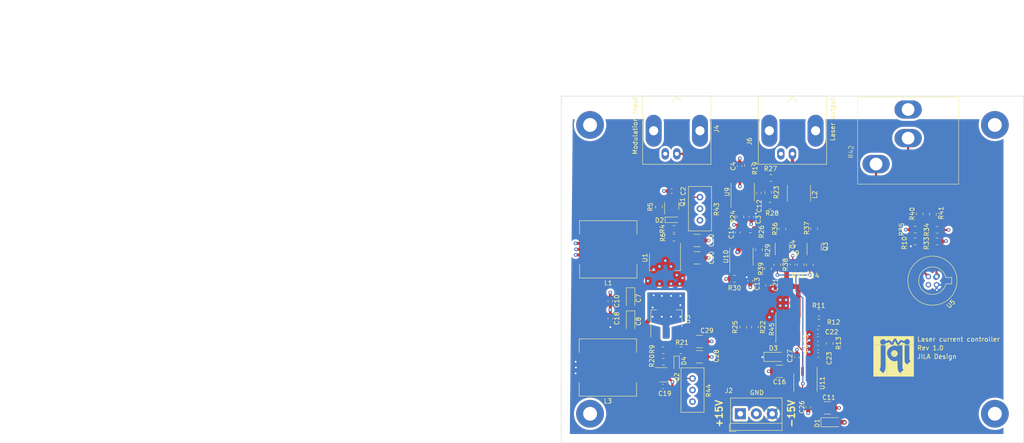
<source format=kicad_pcb>
(kicad_pcb (version 20221018) (generator pcbnew)
  (layers (0 "F.Cu" signal) (1 "In1.Cu" signal) (2 "In2.Cu" signal) (31 "B.Cu" signal) (34 "B.Paste" user) (35 "F.Paste" user) (36 "B.SilkS" user "B.Silkscreen") (37 "F.SilkS" user "F.Silkscreen") (38 "B.Mask" user) (39 "F.Mask" user) (44 "Edge.Cuts" user))
  (net 0 "")
  (net 1 "/connecting to laser diode")
  (net 2 "Net-(D2-A)")
  (net 3 "GND")
  (net 4 "-15V")
  (net 5 "+15V")
  (net 6 "Laser_supply")
  (net 7 "Net-(C22-Pad1)")
  (net 8 "Net-(U11--)")
  (net 9 "Net-(U1-VI)")
  (net 10 "Net-(C7-Pad2)")
  (net 11 "Net-(U3-VI)")
  (net 12 "Net-(C9-Pad2)")
  (net 13 "Net-(D1-K)")
  (net 14 "Net-(R11-Pad2)")
  (net 15 "Net-(U9-+)")
  (net 16 "Net-(C12-Pad1)")
  (net 17 "Net-(D3-A)")
  (net 18 "Net-(D4-A)")
  (net 19 "V_laser+")
  (net 20 "Net-(C21-Pad2)")
  (net 21 "V_laser-")
  (net 22 "Net-(D2-K)")
  (net 23 "Net-(D4-K)")
  (net 24 "/Modulation Input")
  (net 25 "Net-(L2-Pad1)")
  (net 26 "Net-(Q1-E)")
  (net 27 "Net-(Q2-E)")
  (net 28 "Net-(Q3-G)")
  (net 29 "Net-(Q3-S)")
  (net 30 "Net-(Q3-D)")
  (net 31 "Net-(Q4-G)")
  (net 32 "Net-(Q4-D)")
  (net 33 "Net-(R10-Pad2)")
  (net 34 "Net-(R11-Pad1)")
  (net 35 "Net-(R14-Pad1)")
  (net 36 "Net-(R22-Pad2)")
  (net 37 "Net-(U9--)")
  (net 38 "Net-(R26-Pad2)")
  (net 39 "Net-(U10--)")
  (net 40 "Net-(R33-Pad1)")
  (net 41 "Net-(R40-Pad2)")
  (net 42 "Net-(U11-+)")
  (footprint "accessories_current_controller:Inductor_2220" (layer "F.Cu") (at 207.483225 66.784606 90)
    (fp_text reference "L2")
    (fp_text value "100uH")
  )
  (footprint "Resistor_SMD:R_0805_2012Metric" (layer "F.Cu") (at 180.0225 74.6125 180)
    (fp_text reference "R4")
    (fp_text value "4.99")
  )
  (footprint "Capacitor_Tantalum_SMD:CP_EIA-3216-10_Kemet-I" (layer "F.Cu") (at 170.4975 89.8525 -90)
    (fp_text reference "C7")
    (fp_text value "47uF")
  )
  (footprint "Capacitor_SMD:C_1210_3225Metric" (layer "F.Cu") (at 185.642677 102.725571 180)
    (fp_text reference "C28")
    (fp_text value "10uF")
  )
  (footprint "Package_SO:SOIC-8_3.9x4.9mm_P1.27mm" (layer "F.Cu") (at 195.13 66.468202 90)
    (fp_text reference "U9")
    (fp_text value "OP27")
  )
  (footprint "Capacitor_SMD:C_0603_1608Metric" (layer "F.Cu") (at 196.797744 86.013606 -90)
    (fp_text reference "C13")
    (fp_text value "100nF")
  )
  (footprint "Capacitor_SMD:C_0603_1608Metric" (layer "F.Cu") (at 198.686 66.709202 -90)
    (fp_text reference "C12")
    (fp_text value "1uF")
  )
  (footprint "Resistor_SMD:R_0805_2012Metric" (layer "F.Cu") (at 214.240393 99.793209 -90)
    (fp_text reference "R13")
    (fp_text value "3k")
  )
  (footprint "Resistor_SMD:R_0805_2012Metric" (layer "F.Cu") (at 200.718 66.571702 -90)
    (fp_text reference "R23")
    (fp_text value "1k")
  )
  (footprint "Resistor_SMD:R_0805_2012Metric" (layer "F.Cu") (at 200.709921 83.335702 -90)
    (fp_text reference "R39")
    (fp_text value "100")
  )
  (footprint "Resistor_SMD:R_0805_2012Metric" (layer "F.Cu") (at 195.2625 96.2025 -90)
    (fp_text reference "R25")
    (fp_text value "DNC")
  )
  (footprint "Package_SO:SOIC-8_3.9x4.9mm_P1.27mm" (layer "F.Cu") (at 208.910187 108.422058 -90)
    (fp_text reference "U11")
    (fp_text value "LT1028")
  )
  (footprint "Capacitor_SMD:C_0603_1608Metric" (layer "F.Cu") (at 194.449335 60.821339 90)
    (fp_text reference "C4")
    (fp_text value "100nF")
  )
  (footprint "Package_TO_SOT_SMD:SOT-23-3" (layer "F.Cu") (at 210.819605 78.56809 90)
    (fp_text reference "Q3")
    (fp_text value "NDS0605")
  )
  (footprint "Resistor_SMD:R_0805_2012Metric" (layer "F.Cu") (at 198.686 79.168202 -90)
    (fp_text reference "R29")
    (fp_text value "1k")
  )
  (footprint "Potentiometer_THT:Potentiometer_Bourns_3296W_Vertical" (layer "F.Cu") (at 184.102798 107.5 90)
    (fp_text reference "R44")
    (fp_text value "5k")
  )
  (footprint "Resistor_SMD:R_0805_2012Metric" (layer "F.Cu") (at 196.812191 74.725443)
    (fp_text reference "R26")
    (fp_text value "1k")
  )
  (footprint "Capacitor_SMD:C_1210_3225Metric" (layer "F.Cu") (at 213.747362 113.957534)
    (fp_text reference "C11")
    (fp_text value "10uF")
  )
  (footprint "Resistor_SMD:R_0805_2012Metric" (layer "F.Cu") (at 196.270699 60.625085 90)
    (fp_text reference "R19")
    (fp_text value "2k")
  )
  (footprint "accessories_current_controller:D_SOD-523F" (layer "F.Cu") (at 179.602048 72.609907)
    (fp_text reference "D2")
    (fp_text value "1N914WT")
  )
  (footprint "Package_TO_SOT_SMD:SOT-223-3_TabPin2" (layer "F.Cu") (at 178.060055 81.862664 -90)
    (fp_text reference "U1")
    (fp_text value "LM317_SOT-223")
  )
  (footprint "Resistor_SMD:R_0805_2012Metric" (layer "F.Cu") (at 211.860058 93.036449 180)
    (fp_text reference "R11")
    (fp_text value "2k")
  )
  (footprint "Resistor_SMD:R_0805_2012Metric" (layer "F.Cu") (at 202.75 82.498012 90)
    (fp_text reference "R38")
    (fp_text value "10k")
  )
  (footprint "Connector_Coaxial:BNC_Amphenol_B6252HB-NPP3G-50_Horizontal" (layer "F.Cu") (at 206.0575 58.1025)
    (fp_text reference "J6")
    (fp_text value "Modulation Input")
  )
  (footprint "Capacitor_SMD:C_0603_1608Metric" (layer "F.Cu") (at 166.0525 94.2975 -90)
    (fp_text reference "C18")
    (fp_text value "1uF")
  )
  (footprint "Capacitor_SMD:C_1210_3225Metric" (layer "F.Cu") (at 185.626798 99.372 180)
    (fp_text reference "C29")
    (fp_text value "10uF")
  )
  (footprint "Resistor_SMD:R_0805_2012Metric" (layer "F.Cu") (at 181.539298 101.277 180)
    (fp_text reference "R21")
    (fp_text value "4.99")
  )
  (footprint "accessories_current_controller:Multi_turn_potentiometer" (layer "F.Cu") (at 231.4575 45.168641)
    (fp_text reference "R42")
    (fp_text value "10k")
  )
  (footprint "Package_SO:SOIC-8_3.9x4.9mm_P1.27mm" (layer "F.Cu") (at 194.84787 80.692202 90)
    (fp_text reference "U10")
    (fp_text value "OP27")
  )
  (footprint "Capacitor_Tantalum_SMD:CP_EIA-3216-10_Kemet-I" (layer "F.Cu") (at 170.4975 94.9325 -90)
    (fp_text reference "C8")
    (fp_text value "47uF")
  )
  (footprint "Capacitor_SMD:C_1210_3225Metric" (layer "F.Cu") (at 185.1025 80.9625)
    (fp_text reference "C30")
    (fp_text value "10uF")
  )
  (footprint "Inductor_SMD:L_12x12mm_H8mm" (layer "F.Cu") (at 165.516034 105.079761 180)
    (fp_text reference "L3")
    (fp_text value "100uH")
  )
  (footprint "Capacitor_SMD:C_0603_1608Metric" (layer "F.Cu") (at 211.700393 102.333209)
    (fp_text reference "C23")
    (fp_text value "10uF")
  )
  (footprint "Resistor_SMD:R_0805_2012Metric" (layer "F.Cu") (at 207.867026 82.458548 -90)
    (fp_text reference "R31")
    (fp_text value "100")
  )
  (footprint "Capacitor_SMD:C_0603_1608Metric" (layer "F.Cu") (at 194.053389 75.371431 90)
    (fp_text reference "C14")
    (fp_text value "100nF")
  )
  (footprint "Resistor_SMD:R_0805_2012Metric" (layer "F.Cu") (at 201.1225 69.516202)
    (fp_text reference "R28")
    (fp_text value "1k")
  )
  (footprint "Resistor_SMD:R_0805_2012Metric" (layer "F.Cu") (at 201.3295 63.420202 180)
    (fp_text reference "R27")
    (fp_text value "1k")
  )
  (footprint "Resistor_SMD:R_0805_2012Metric" (layer "F.Cu") (at 210.826542 74.615072 90)
    (fp_text reference "R37")
    (fp_text value "0")
  )
  (footprint "Resistor_SMD:R_0805_2012Metric" (layer "F.Cu") (at 233.018956 74.766452 180)
    (fp_text reference "R35")
    (fp_text value "DNC")
  )
  (footprint "Resistor_SMD:R_0805_2012Metric" (layer "F.Cu") (at 237.8075 74.822277 180)
    (fp_text reference "R34")
    (fp_text value "0")
  )
  (footprint "Resistor_SMD:R_0805_2012Metric" (layer "F.Cu") (at 203.83776 74.653893 90)
    (fp_text reference "R36")
    (fp_text value "DNC")
  )
  (footprint "Resistor_SMD:R_0805_2012Metric" (layer "F.Cu") (at 177.729298 103.817 180)
    (fp_text reference "R20")
    (fp_text value "50k")
  )
  (footprint "Resistor_SMD:R_0805_2012Metric" (layer "F.Cu") (at 237.8075 77.362277)
    (fp_text reference "R33")
    (fp_text value "7.5k")
  )
  (footprint "Resistor_SMD:R_0805_2012Metric" (layer "F.Cu") (at 209.862 82.498012 90)
    (fp_text reference "R14")
    (fp_text value "10k")
  )
  (footprint "Capacitor_SMD:C_1210_3225Metric" (layer "F.Cu") (at 203.215495 105.934142 180)
    (fp_text reference "C16")
    (fp_text value "10uF")
  )
  (footprint "Capacitor_SMD:C_1210_3225Metric" (layer "F.Cu") (at 185.1025 77.1525)
    (fp_text reference "C20")
    (fp_text value "10uF")
  )
  (footprint "Resistor_SMD:R_0805_2012Metric" (layer "F.Cu") (at 197.8025 96.2025 -90)
    (fp_text reference "R22")
    (fp_text value "0")
  )
  (footprint "Capacitor_SMD:C_0603_1608Metric" (layer "F.Cu") (at 200.718 87.029202 90)
    (fp_text reference "C21")
    (fp_text value "8.2nF")
  )
  (footprint "Capacitor_SMD:C_0603_1608Metric" (layer "F.Cu") (at 206.108302 82.447945 -90)
    (fp_text reference "C9")
    (fp_text value "8.2nF")
  )
  (footprint "Package_TO_SOT_SMD:SOT-223-3_TabPin2" (layer "F.Cu") (at 178.362423 94.320191 90)
    (fp_text reference "U3")
    (fp_text value "LM337_SOT223")
  )
  (footprint "TerminalBlock_4Ucon:TerminalBlock_4Ucon_1x03_P3.50mm_Horizontal" (layer "F.Cu") (at 194.6125 115.2525)
    (fp_text reference "J2")
    (fp_text value "Screw_Terminal_01x03")
  )
  (footprint "Inductor_SMD:L_12x12mm_H8mm" (layer "F.Cu") (at 165.602461 79.101784 180)
    (fp_text reference "L1")
    (fp_text value "100uH")
  )
  (footprint "Resistor_SMD:R_0805_2012Metric" (layer "F.Cu") (at 233.995879 71.277442 90)
    (fp_text reference "R40")
    (fp_text value "0")
  )
  (footprint "Capacitor_SMD:C_0603_1608Metric" (layer "F.Cu") (at 166.0525 90.4875 -90)
    (fp_text reference "C10")
    (fp_text value "1uF")
  )
  (footprint "Resistor_SMD:R_0805_2012Metric" (layer "F.Cu") (at 193.329873 85.578618)
    (fp_text reference "R30")
    (fp_text value "1k")
  )
  (footprint "Capacitor_SMD:C_0603_1608Metric" (layer "F.Cu") (at 179.535832 66.289455 180)
    (fp_text reference "C2")
    (fp_text value "1uF")
  )
  (footprint "accessories_current_controller:D_SOD-523F" (layer "F.Cu") (at 180.621028 104.11019 -90)
    (fp_text reference "D4")
    (fp_text value "1N914WT")
  )
  (footprint "Package_TO_SOT_THT:Analog_TO-46-4_ThermalShield" (layer "F.Cu") (at 237.698551 85.091226 -135)
    (fp_text reference "U5")
    (fp_text value "LM399")
  )
  (footprint "Resistor_SMD:R_0805_2012Metric" (layer "F.Cu") (at 177.649298 101.277)
    (fp_text reference "R9")
    (fp_text value "275")
  )
  (footprint "Resistor_SMD:R_0805_2012Metric" (layer "F.Cu") (at 176.739182 69.78921 -90)
    (fp_text reference "R5")
    (fp_text value "50k")
  )
  (footprint "Resistor_SMD:R_0805_2012Metric" (layer "F.Cu") (at 194.622 71.952702 90)
    (fp_text reference "R24")
    (fp_text value "1k")
  )
  (footprint "Connector_Coaxial:BNC_Amphenol_B6252HB-NPP3G-50_Horizontal" (layer "F.Cu") (at 180.6575 58.1025)
    (fp_text reference "J4")
    (fp_text value "Modulation Input")
  )
  (footprint "Capacitor_SMD:C_0603_1608Metric" (layer "F.Cu") (at 209.532691 113.794897 -90)
    (fp_text reference "C26")
    (fp_text value "100nF")
  )
  (footprint "Package_TO_SOT_SMD:SOT-23-3" (layer "F.Cu") (at 179.535832 69.559455 90)
    (fp_text reference "Q1")
    (fp_text value "SMBT3906")
  )
  (footprint "Package_TO_SOT_SMD:SOT-23-3" (layer "F.Cu") (at 203.824792 78.538702 90)
    (fp_text reference "Q4")
    (fp_text value "2N7002K")
  )
  (footprint "Resistor_SMD:R_0805_2012Metric" (layer "F.Cu") (at 236.895 71.369777 90)
    (fp_text reference "R41")
    (fp_text value "DNC")
  )
  (footprint "Potentiometer_THT:Potentiometer_Bourns_3296W_Vertical" (layer "F.Cu") (at 185.7375 67.6275 90)
    (fp_text reference "R43")
    (fp_text value "5k")
  )
  (footprint "Capacitor_SMD:C_0603_1608Metric" (layer "F.Cu") (at 197.045616 71.91984 -90)
    (fp_text reference "C3")
    (fp_text value "100nF")
  )
  (footprint "Resistor_SMD:R_0805_2012Metric" (layer "F.Cu") (at 211.852127 95.20264)
    (fp_text reference "R12")
    (fp_text value "1k")
  )
  (footprint "Capacitor_SMD:C_0603_1608Metric" (layer "F.Cu") (at 207.02014 102.8694 -90)
    (fp_text reference "C27")
    (fp_text value "100nF")
  )
  (footprint "accessories_current_controller:JQI_LOGO_NEGATIVE-SILKSCREEN" (layer "F.Cu") (at 223.836372 107.073573)
    (fp_text reference "U$3" hide)
    (fp_text value "" hide)
  )
  (footprint "Capacitor_SMD:C_0603_1608Metric" (layer "F.Cu") (at 177.646078 109.259866)
    (fp_text reference "C19")
    (fp_text value "1uF")
  )
  (footprint "Package_TO_SOT_SMD:SOT-23-3" (layer "F.Cu") (at 177.686798 106.677)
    (fp_text reference "Q2")
    (fp_text value "SMBT3904")
  )
  (footprint "accessories_current_controller:10 Ohms VPG Foil Resistors Y160610R0000D9W" (layer "F.Cu") (at 205.205011 96.286911 90)
    (fp_text reference "R45")
    (fp_text value "10")
  )
  (footprint "Resistor_SMD:R_0805_2012Metric" (layer "F.Cu") (at 233.005 77.362277)
    (fp_text reference "R10")
    (fp_text value "7.5k")
  )
  (footprint "Diode_SMD:D_SOD-123F" (layer "F.Cu") (at 201.983783 102.7427)
    (fp_text reference "D3")
    (fp_text value "1N4007")
  )
  (footprint "Resistor_SMD:R_0805_2012Metric" (layer "F.Cu") (at 180.0225 76.5175 180)
    (fp_text reference "R6")
    (fp_text value "275")
  )
  (footprint "Capacitor_SMD:C_0603_1608Metric" (layer "F.Cu") (at 211.636395 98.835413)
    (fp_text reference "C5")
    (fp_text value "10uF")
  )
  (footprint "Diode_SMD:D_SOD-123F" (layer "F.Cu") (at 214.534223 117.109237)
    (fp_text reference "D1")
    (fp_text value "1N4007")
  )
  (footprint "Capacitor_SMD:C_0603_1608Metric" (layer "F.Cu") (at 211.688576 100.714297)
    (fp_text reference "C6")
    (fp_text value "10uF")
  )
  (footprint "Capacitor_SMD:C_0603_1608Metric" (layer "F.Cu") (at 211.64 97.202202 180)
    (fp_text reference "C22")
    (fp_text value "10uF")
  )
  (gr_rect (start 155.2575 45.4025) (end 256.8575 121.6025) (stroke (width 0.1)) (fill none) (layer "Edge.Cuts"))
  (gr_text "GND" (at 196.607565 111.197939) (layer "F.SilkS") (effects (font (size 1 1)) (justify left bottom)))
  (gr_text "+15V" (at 190.8175 118.4275 90) (layer "F.SilkS") (effects (font (size 1.5 1.5) (thickness 0.3) bold) (justify left bottom)))
  (gr_text "Rev 1.0" (at 233.361372 101.358573) (layer "F.SilkS") (effects (font (size 1 1)) (justify left bottom)))
  (gr_text "Laser output" (at 215.460333 55.381876 90) (layer "F.SilkS") (effects (font (size 1 1)) (justify left bottom)))
  (gr_text "-15V" (at 206.6925 118.4275 90) (layer "F.SilkS") (effects (font (size 1.5 1.5) (thickness 0.3) bold) (justify left bottom)))
  (gr_text "Laser current controller" (at 233.361372 99.453573) (layer "F.SilkS") (effects (font (size 1 1)) (justify left bottom)))
  (gr_text "Modulation Input" (at 172.088593 58.357531 90) (layer "F.SilkS") (effects (font (size 1 1)) (justify left bottom)))
  (gr_text "JILA Design" (at 233.361372 103.263573) (layer "F.SilkS") (effects (font (size 1 1)) (justify left bottom)))
  (segment (start 206.0575 57.7775) (end 206.0575 60.309252) (width 0.635) (layer "F.Cu") (net 1))
  (segment (start 207.483225 63.984606) (end 203.312956 63.984606) (width 0.508) (layer "F.Cu") (net 1))
  (segment (start 195.966871 81.708202) (end 195.48287 82.192203) (width 0.508) (layer "F.Cu") (net 1))
  (segment (start 203.312956 63.984606) (end 203.258 64.039562) (width 0.508) (layer "F.Cu") (net 1))
  (segment (start 203.258 71.294202) (end 200.21 74.342202) (width 0.508) (layer "F.Cu") (net 1))
  (segment (start 202.242 63.420202) (end 203.258 63.420202) (width 0.508) (layer "F.Cu") (net 1))
  (segment (start 200.21 80.946202) (end 199.448 81.708202) (width 0.508) (layer "F.Cu") (net 1))
  (segment (start 203.258 64.039562) (end 203.258 66.650339) (width 0.508) (layer "F.Cu") (net 1))
  (segment (start 202.035 69.516202) (end 203.258 69.516202) (width 0.508) (layer "F.Cu") (net 1))
  (segment (start 203.258 63.420202) (end 203.258 64.039562) (width 0.508) (layer "F.Cu") (net 1))
  (segment (start 203.258 66.650339) (end 203.258 69.516202) (width 0.508) (layer "F.Cu") (net 1))
  (segment (start 200.21 74.342202) (end 200.21 80.946202) (width 0.508) (layer "F.Cu") (net 1))
  (segment (start 199.448 81.708202) (end 195.966871 81.708202) (width 0.508) (layer "F.Cu") (net 1))
  (segment (start 206.0575 60.309252) (end 207.483225 61.734977) (width 0.635) (layer "F.Cu") (net 1))
  (segment (start 203.258 69.516202) (end 203.258 71.294202) (width 0.508) (layer "F.Cu") (net 1))
  (segment (start 207.483225 61.734977) (end 207.483225 63.984606) (width 0.635) (layer "F.Cu") (net 1))
  (segment (start 195.48287 82.192203) (end 195.48287 83.167202) (width 0.508) (layer "F.Cu") (net 1))
  (segment (start 202.242 69.309202) (end 202.035 69.516202) (width 0.254) (layer "F.Cu") (net 1))
  (segment (start 180.485832 70.696955) (end 179.927068 70.696955) (width 0.25) (layer "F.Cu") (net 2))
  (segment (start 180.485832 70.696955) (end 180.485832 66.464455) (width 0.254) (layer "F.Cu") (net 2))
  (segment (start 180.602048 72.609907) (end 180.602048 70.813171) (width 0.25) (layer "F.Cu") (net 2))
  (segment (start 178.106823 68.87671) (end 176.739182 68.87671) (width 0.254) (layer "F.Cu") (net 2))
  (segment (start 179.927068 70.696955) (end 178.106823 68.87671) (width 0.254) (layer "F.Cu") (net 2))
  (segment (start 215.222362 113.957534) (end 216.300963 113.957534) (width 0.508) (layer "F.Cu") (net 3))
  (segment (start 178.760832 66.289455) (end 177.850664 66.289455) (width 0.25) (layer "F.Cu") (net 3))
  (segment (start 216.300963 113.957534) (end 216.301084 113.957413) (width 0.508) (layer "F.Cu") (net 3))
  (segment (start 177.850664 66.289455) (end 177.84581 66.284601) (width 0.25) (layer "F.Cu") (net 3))
  (segment (start 186.5775 77.1525) (end 187.6425 77.1525) (width 0.635) (layer "F.Cu") (net 3))
  (segment (start 192.417373 85.578618) (end 191.513584 85.578618) (width 0.508) (layer "F.Cu") (net 3))
  (segment (start 197.045616 72.69484) (end 197.045616 73.696586) (width 0.508) (layer "F.Cu") (net 3))
  (segment (start 178.421078 109.259866) (end 179.560704 109.259866) (width 0.508) (layer "F.Cu") (net 3))
  (segment (start 179.696223 109.124347) (end 179.696223 108.229559) (width 0.508) (layer "F.Cu") (net 3))
  (segment (start 187.117677 102.725571) (end 187.117677 99.387879) (width 0.508) (layer "F.Cu") (net 3))
  (segment (start 200.844927 105.934142) (end 200.83775 105.926965) (width 0.508) (layer "F.Cu") (net 3))
  (segment (start 179.560704 109.259866) (end 179.696223 109.124347) (width 0.508) (layer "F.Cu") (net 3))
  (segment (start 194.622 73.580202) (end 194.622 72.865202) (width 0.508) (layer "F.Cu") (net 3))
  (segment (start 178.760832 67.293663) (end 178.760832 66.289455) (width 0.508) (layer "F.Cu") (net 3))
  (segment (start 187.101798 99.372) (end 188.27607 99.372) (width 0.508) (layer "F.Cu") (net 3))
  (segment (start 194.495 73.707202) (end 193.225 73.707202) (width 0.508) (layer "F.Cu") (net 3))
  (segment (start 201.740495 105.934142) (end 200.844927 105.934142) (width 0.508) (layer "F.Cu") (net 3))
  (segment (start 194.449335 60.046339) (end 194.449335 59.147867) (width 0.508) (layer "F.Cu") (net 3))
  (segment (start 186.5775 80.9625) (end 187.6425 80.9625) (width 0.635) (layer "F.Cu") (net 3))
  (segment (start 194.053389 74.596431) (end 194.053389 74.148813) (width 0.508) (layer "F.Cu") (net 3))
  (segment (start 197.035 73.707202) (end 196.98906 73.661262) (width 0.508) (layer "F.Cu") (net 3))
  (segment (start 194.495 73.707202) (end 194.622 73.580202) (width 0.508) (layer "F.Cu") (net 3))
  (segment (start 188.280372 102.725571) (end 188.309644 102.754843) (width 0.508) (layer "F.Cu") (net 3))
  (segment (start 178.824298 106.677) (end 178.824298 107.357634) (width 0.508) (layer "F.Cu") (net 3))
  (segment (start 186.5775 80.9625) (end 186.5775 77.1525) (width 0.635) (layer "F.Cu") (net 3))
  (segment (start 194.053389 74.148813) (end 194.495 73.707202) (width 0.508) (layer "F.Cu") (net 3))
  (segment (start 166.0525 91.2625) (end 166.0525 92.3925) (width 0.635) (layer "F.Cu") (net 3))
  (segment (start 196.98906 73.661262) (end 196.98906 73.569291) (width 0.508) (layer "F.Cu") (net 3))
  (segment (start 194.449335 59.147867) (end 194.495 59.102202) (width 0.508) (layer "F.Cu") (net 3))
  (segment (start 207.02014 101.146245) (end 207.031166 101.135219) (width 0.508) (layer "F.Cu") (net 3))
  (segment (start 207.02014 102.0944) (end 207.02014 101.146245) (width 0.508) (layer "F.Cu") (net 3))
  (segment (start 188.27607 99.372) (end 188.309644 99.338426) (width 0.508) (layer "F.Cu") (net 3))
  (segment (start 178.824298 107.357634) (end 179.696223 108.229559) (width 0.508) (layer "F.Cu") (net 3))
  (segment (start 209.532691 114.569897) (end 209.532691 115.124522) (width 0.508) (layer "F.Cu") (net 3))
  (segment (start 209.532691 115.124522) (end 209.525347 115.131866) (width 0.508) (layer "F.Cu") (net 3))
  (segment (start 187.117677 102.725571) (end 188.280372 102.725571) (width 0.508) (layer "F.Cu") (net 3))
  (segment (start 179.535832 68.421955) (end 178.634324 67.520447) (width 0.508) (layer "F.Cu") (net 3))
  (segment (start 187.117677 99.387879) (end 187.101798 99.372) (width 0.508) (layer "F.Cu") (net 3))
  (segment (start 197.045616 73.696586) (end 197.035 73.707202) (width 0.508) (layer "F.Cu") (net 3))
  (segment (start 191.32 85.772202) (end 191.513584 85.578618) (width 0.508) (layer "F.Cu") (net 3))
  (segment (start 166.0525 93.5225) (end 166.0525 92.3925) (width 0.635) (layer "F.Cu") (net 3))
  (segment (start 196.797744 86.788606) (end 196.797744 87.439946) (width 0.508) (layer "F.Cu") (net 3))
  (via (at 166.0525 92.3925) (size 0.8) (drill 0.4) (layers "F.Cu" "B.Cu") (net 3))
  (via (at 179.696223 108.229559) (size 0.8) (drill 0.4) (layers "F.Cu" "B.Cu") (net 3))
  (via (at 177.84581 66.284601) (size 0.8) (drill 0.4) (layers "F.Cu" "B.Cu") (net 3))
  (via (at 250.5075 115.2525) (size 6.096) (drill 3.048) (layers "F.Cu" "B.Cu") (net 3))
  (via (at 187.6425 77.1525) (size 0.8) (drill 0.4) (layers "F.Cu" "B.Cu") (net 3))
  (via (at 196.797744 87.439946) (size 0.8) (drill 0.4) (layers "F.Cu" "B.Cu") (net 3))
  (via (at 216.301084 113.957413) (size 0.8) (drill 0.4) (layers "F.Cu" "B.Cu") (net 3))
  (via (at 161.6075 51.7525) (size 6.096) (drill 3.048) (layers "F.Cu" "B.Cu") (net 3))
  (via (at 193.225 73.707202) (size 0.8) (drill 0.4) (layers "F.Cu" "B.Cu") (net 3))
  (via (at 207.031166 101.135219) (size 0.8) (drill 0.4) (layers "F.Cu" "B.Cu") (net 3))
  (via (at 200.83775 105.926965) (size 0.8) (drill 0.4) (layers "F.Cu" "B.Cu") (net 3))
  (via (at 188.309644 99.338426) (size 0.8) (drill 0.4) (layers "F.Cu" "B.Cu") (net 3))
  (via (at 194.495 59.102202) (size 0.8) (drill 0.4) (layers "F.Cu" "B.Cu") (net 3))
  (via (at 161.6075 115.2525) (size 6.096) (drill 3.048) (layers "F.Cu" "B.Cu") (net 3))
  (via (at 188.309644 102.754843) (size 0.8) (drill 0.4) (layers "F.Cu" "B.Cu") (net 3))
  (via (at 250.5075 51.7525) (size 6.096) (drill 3.048) (layers "F.Cu" "B.Cu") (net 3))
  (via (at 196.98906 73.569291) (size 0.8) (drill 0.4) (layers "F.Cu" "B.Cu") (net 3))
  (via (at 187.6425 80.9625) (size 0.8) (drill 0.4) (layers "F.Cu" "B.Cu") (net 3))
  (via (at 191.513584 85.578618) (size 0.8) (drill 0.4) (layers "F.Cu" "B.Cu") (net 3))
  (via (at 209.525347 115.131866) (size 0.8) (drill 0.4) (layers "F.Cu" "B.Cu") (net 3))
  (segment (start 159.308773 103.8225) (end 160.566034 105.079761) (width 0.635) (layer "F.Cu") (net 4))
  (segment (start 166.0525 95.0725) (end 166.0525 96.2025) (width 0.635) (layer "F.Cu") (net 4))
  (segment (start 158.4325 103.8225) (end 159.308773 103.8225) (width 0.635) (layer "F.Cu") (net 4))
  (segment (start 197.045616 71.14484) (end 197.94004 71.14484) (width 0.508) (layer "F.Cu") (net 4))
  (segment (start 196.021564 85.237238) (end 196.022932 85.238606) (width 0.508) (layer "F.Cu") (net 4))
  (segment (start 232.0925 78.396813) (end 232.070139 78.419174) (width 0.508) (layer "F.Cu") (net 4))
  (segment (start 197.035 68.943202) (end 197.035 71.134224) (width 0.508) (layer "F.Cu") (net 4))
  (segment (start 237.698551 87.977288) (end 237.768094 88.046831) (width 0.508) (layer "F.Cu") (net 4))
  (segment (start 158.503855 105.079761) (end 158.489584 105.06549) (width 0.635) (layer "F.Cu") (net 4))
  (segment (start 197.94004 71.14484) (end 198.002737 71.207537) (width 0.508) (layer "F.Cu") (net 4))
  (segment (start 196.797744 85.238606) (end 196.797744 83.212076) (width 0.508) (layer "F.Cu") (net 4))
  (segment (start 159.283295 106.3625) (end 160.566034 105.079761) (width 0.635) (layer "F.Cu") (net 4))
  (segment (start 158.4325 106.3625) (end 159.283295 106.3625) (width 0.635) (layer "F.Cu") (net 4))
  (segment (start 199.500312 102.7427) (end 199.441568 102.801444) (width 0.508) (layer "F.Cu") (net 4))
  (segment (start 161.24712 104.398675) (end 160.566034 105.079761) (width 1.016) (layer "F.Cu") (net 4))
  (segment (start 160.566034 105.079761) (end 158.503855 105.079761) (width 0.635) (layer "F.Cu") (net 4))
  (segment (start 197.035 71.134224) (end 197.045616 71.14484) (width 0.25) (layer "F.Cu") (net 4))
  (segment (start 232.0925 77.362277) (end 232.0925 78.396813) (width 0.508) (layer "F.Cu") (net 4))
  (segment (start 237.698551 86.887277) (end 237.698551 87.977288) (width 0.508) (layer "F.Cu") (net 4))
  (segment (start 200.583783 102.7427) (end 199.500312 102.7427) (width 0.508) (layer "F.Cu") (net 4))
  (segment (start 196.797744 85.238606) (end 196.022932 85.238606) (width 0.508) (layer "F.Cu") (net 4))
  (via (at 158.4325 106.3625) (size 0.8) (drill 0.4) (layers "F.Cu" "B.Cu") (net 4))
  (via (at 196.022932 85.238606) (size 0.8) (drill 0.4) (layers "F.Cu" "B.Cu") (net 4))
  (via (at 166.0525 96.2025) (size 0.8) (drill 0.4) (layers "F.Cu" "B.Cu") (net 4))
  (via (at 199.441568 102.801444) (size 0.8) (drill 0.4) (layers "F.Cu" "B.Cu") (net 4))
  (via (at 232.070139 78.419174) (size 0.8) (drill 0.4) (layers "F.Cu" "B.Cu") (net 4))
  (via (at 198.002737 71.207537) (size 0.8) (drill 0.4) (layers "F.Cu" "B.Cu") (net 4))
  (via (at 158.489584 105.06549) (size 0.8) (drill 0.4) (layers "F.Cu" "B.Cu") (net 4))
  (via (at 237.768094 88.046831) (size 0.8) (drill 0.4) (layers "F.Cu" "B.Cu") (net 4))
  (via (at 158.4325 103.8225) (size 0.8) (drill 0.4) (layers "F.Cu" "B.Cu") (net 4))
  (segment (start 158.4325 80.3275) (end 159.426745 80.3275) (width 0.635) (layer "F.Cu") (net 5))
  (segment (start 166.0525 89.7125) (end 166.0525 88.5825) (width 0.635) (layer "F.Cu") (net 5))
  (segment (start 161.24712 79.696443) (end 160.652461 79.101784) (width 1.016) (layer "F.Cu") (net 5))
  (segment (start 194.495 65.22215) (end 194.508803 65.235953) (width 0.508) (layer "F.Cu") (net 5))
  (segment (start 194.21287 79.47213) (end 193.9925 79.6925) (width 1.016) (layer "F.Cu") (net 5))
  (segment (start 159.338177 77.7875) (end 160.652461 79.101784) (width 0.635) (layer "F.Cu") (net 5))
  (segment (start 194.21287 78.217202) (end 194.21287 76.305912) (width 0.508) (layer "F.Cu") (net 5))
  (segment (start 160.652461 79.101784) (end 158.546627 79.101784) (width 0.635) (layer "F.Cu") (net 5))
  (segment (start 194.495 63.993202) (end 194.495 61.642004) (width 0.508) (layer "F.Cu") (net 5))
  (segment (start 238.72 77.362277) (end 239.69479 77.362277) (width 0.508) (layer "F.Cu") (net 5))
  (segment (start 158.546627 79.101784) (end 158.545715 79.102696) (width 0.635) (layer "F.Cu") (net 5))
  (segment (start 158.4325 77.7875) (end 159.338177 77.7875) (width 0.635) (layer "F.Cu") (net 5))
  (segment (start 217.439237 117.109237) (end 217.4875 117.1575) (width 1.016) (layer "F.Cu") (net 5))
  (segment (start 215.934223 117.109237) (end 217.439237 117.109237) (width 1.016) (layer "F.Cu") (net 5))
  (segment (start 194.495 63.993202) (end 194.495 65.22215) (width 0.508) (layer "F.Cu") (net 5))
  (segment (start 159.426745 80.3275) (end 160.652461 79.101784) (width 0.635) (layer "F.Cu") (net 5))
  (segment (start 194.21287 78.217202) (end 194.21287 79.47213) (width 1.016) (layer "F.Cu") (net 5))
  (segment (start 194.495 61.642004) (end 194.449335 61.596339) (width 0.508) (layer "F.Cu") (net 5))
  (segment (start 239.69479 77.362277) (end 239.778344 77.278723) (width 0.508) (layer "F.Cu") (net 5))
  (via (at 217.4875 117.1575) (size 0.8) (drill 0.4) (layers "F.Cu" "B.Cu") (net 5))
  (via (at 194.508803 65.235953) (size 0.8) (drill 0.4) (layers "F.Cu" "B.Cu") (net 5))
  (via (at 158.4325 77.7875) (size 0.8) (drill 0.4) (layers "F.Cu" "B.Cu") (net 5))
  (via (at 158.545715 79.102696) (size 0.8) (drill 0.4) (layers "F.Cu" "B.Cu") (net 5))
  (via (at 158.4325 80.3275) (size 0.8) (drill 0.4) (layers "F.Cu" "B.Cu") (net 5))
  (via (at 166.0525 88.5825) (size 0.8) (drill 0.4) (layers "F.Cu" "B.Cu") (net 5))
  (via (at 239.778344 77.278723) (size 0.8) (drill 0.4) (layers "F.Cu" "B.Cu") (net 5))
  (via (at 193.9925 79.6925) (size 0.8) (drill 0.4) (layers "F.Cu" "B.Cu") (net 5))
  (segment (start 200.9775 94.027202) (end 201.14776 94.197462) (width 0.25) (layer "F.Cu") (net 6))
  (segment (start 206.108302 81.672945) (end 206.108302 80.501138) (width 0.25) (layer "F.Cu") (net 6))
  (segment (start 201.14776 94.197462) (end 203.48446 94.197462) (width 0.25) (layer "F.Cu") (net 6))
  (segment (start 201.607 92.757202) (end 200.718 91.868202) (width 0.25) (layer "F.Cu") (net 6))
  (segment (start 232.106456 74.766452) (end 230.944863 74.766452) (width 0.508) (layer "F.Cu") (net 6))
  (segment (start 238.72 74.822277) (end 240.3475 74.822277) (width 0.508) (layer "F.Cu") (net 6))
  (segment (start 200.718 87.804202) (end 201.658748 87.804202) (width 0.508) (layer "F.Cu") (net 6))
  (segment (start 206.108302 80.501138) (end 206.118448 80.490992) (width 0.25) (layer "F.Cu") (net 6))
  (segment (start 201.6125 92.757202) (end 201.607 92.757202) (width 0.25) (layer "F.Cu") (net 6))
  (segment (start 200.718 91.868202) (end 200.718 87.804202) (width 0.25) (layer "F.Cu") (net 6))
  (segment (start 203.48446 94.197462) (end 203.490011 94.191911) (width 0.25) (layer "F.Cu") (net 6))
  (segment (start 201.658748 87.804202) (end 201.688332 87.774618) (width 0.508) (layer "F.Cu") (net 6))
  (via (at 201.688332 87.774618) (size 0.8) (drill 0.4) (layers "F.Cu" "B.Cu") (net 6))
  (via (at 206.118448 80.490992) (size 0.8) (drill 0.4) (layers "F.Cu" "B.Cu") (net 6))
  (via (at 201.6125 92.757202) (size 0.8) (drill 0.4) (layers "F.Cu" "B.Cu") (net 6))
  (via (at 209.735 101.647202) (size 0.8) (drill 0.4) (layers "F.Cu" "B.Cu") (net 6))
  (via (at 203.385 91.487202) (size 0.8) (drill 0.4) (layers "F.Cu" "B.Cu") (net 6))
  (via (at 200.9775 94.027202) (size 0.8) (drill 0.4) (layers "F.Cu" "B.Cu") (net 6))
  (via (at 209.735 97.837202) (size 0.8) (drill 0.4) (layers "F.Cu" "B.Cu") (net 6))
  (via (at 204.655 90.217202) (size 0.8) (drill 0.4) (layers "F.Cu" "B.Cu") (net 6))
  (via (at 240.3475 74.822277) (size 0.8) (drill 0.4) (layers "F.Cu" "B.Cu") (net 6))
  (via (at 230.944863 74.766452) (size 0.8) (drill 0.4) (layers "F.Cu" "B.Cu") (net 6))
  (via (at 203.385 90.217202) (size 0.8) (drill 0.4) (layers "F.Cu" "B.Cu") (net 6))
  (via (at 204.655 91.487202) (size 0.8) (drill 0.4) (layers "F.Cu" "B.Cu") (net 6))
  (via (at 209.735 100.377202) (size 0.8) (drill 0.4) (layers "F.Cu" "B.Cu") (net 6))
  (via (at 209.735 99.107202) (size 0.8) (drill 0.4) (layers "F.Cu" "B.Cu") (net 6))
  (segment (start 212.415 98.831808) (end 212.411395 98.835413) (width 0.25) (layer "F.Cu") (net 7))
  (segment (start 213.280203 97.202202) (end 212.415 97.202202) (width 0.25) (layer "F.Cu") (net 7))
  (segment (start 213.545 96.937405) (end 213.280203 97.202202) (width 0.25) (layer "F.Cu") (net 7))
  (segment (start 214.240393 98.880709) (end 212.456691 98.880709) (width 0.25) (layer "F.Cu") (net 7))
  (segment (start 213.450438 95.20264) (end 213.545 95.297202) (width 0.25) (layer "F.Cu") (net 7))
  (segment (start 212.764627 95.20264) (end 213.450438 95.20264) (width 0.25) (layer "F.Cu") (net 7))
  (segment (start 212.456691 98.880709) (end 212.411395 98.835413) (width 0.25) (layer "F.Cu") (net 7))
  (segment (start 212.415 97.202202) (end 212.415 98.831808) (width 0.25) (layer "F.Cu") (net 7))
  (segment (start 213.545 95.297202) (end 213.545 96.937405) (width 0.25) (layer "F.Cu") (net 7))
  (segment (start 212.475393 103.351809) (end 212.275 103.552202) (width 0.25) (layer "F.Cu") (net 8))
  (segment (start 210.37 103.552202) (end 209.545187 104.377015) (width 0.25) (layer "F.Cu") (net 8))
  (segment (start 212.275 103.552202) (end 210.37 103.552202) (width 0.25) (layer "F.Cu") (net 8))
  (segment (start 212.475393 102.333209) (end 212.475393 103.351809) (width 0.25) (layer "F.Cu") (net 8))
  (segment (start 212.463576 100.714297) (end 212.463576 102.321392) (width 0.25) (layer "F.Cu") (net 8))
  (segment (start 212.472164 100.705709) (end 212.463576 100.714297) (width 0.25) (layer "F.Cu") (net 8))
  (segment (start 212.463576 102.321392) (end 212.475393 102.333209) (width 0.25) (layer "F.Cu") (net 8))
  (segment (start 214.240393 100.705709) (end 212.472164 100.705709) (width 0.25) (layer "F.Cu") (net 8))
  (segment (start 209.545187 104.377015) (end 209.545187 105.947058) (width 0.25) (layer "F.Cu") (net 8))
  (segment (start 175.760055 78.712664) (end 170.941581 78.712664) (width 1.016) (layer "F.Cu") (net 9))
  (segment (start 170.4975 88.5025) (end 170.4975 80.1975) (width 1.016) (layer "F.Cu") (net 9))
  (segment (start 170.941581 78.712664) (end 170.552461 79.101784) (width 1.016) (layer "F.Cu") (net 9))
  (segment (start 170.4975 93.5825) (end 170.4975 91.2025) (width 0.635) (layer "F.Cu") (net 10))
  (segment (start 170.4975 96.2825) (end 172.968298 96.2825) (width 1.016) (layer "F.Cu") (net 11))
  (segment (start 170.466034 105.079761) (end 170.466034 96.313966) (width 1.016) (layer "F.Cu") (net 11))
  (segment (start 172.968298 96.2825) (end 175.339798 93.911) (width 1.016) (layer "F.Cu") (net 11))
  (segment (start 170.466034 96.313966) (end 170.4975 96.2825) (width 1.016) (layer "F.Cu") (net 11))
  (via (at 181.435798 89.339) (size 0.8) (drill 0.4) (layers "F.Cu" "B.Cu") (net 11))
  (via (at 177.371798 93.911) (size 0.8) (drill 0.4) (layers "F.Cu" "B.Cu") (net 11))
  (via (at 179.403798 89.339) (size 0.8) (drill 0.4) (layers "F.Cu" "B.Cu") (net 11))
  (via (at 181.435798 93.911) (size 0.8) (drill 0.4) (layers "F.Cu" "B.Cu") (net 11))
  (via (at 175.5775 89.2175) (size 0.8) (drill 0.4) (layers "F.Cu" "B.Cu") (net 11))
  (via (at 177.371798 89.339) (size 0.8) (drill 0.4) (layers "F.Cu" "B.Cu") (net 11))
  (via (at 175.339798 93.911) (size 0.8) (drill 0.4) (layers "F.Cu" "B.Cu") (net 11))
  (via (at 181.435798 91.371) (size 0.8) (drill 0.4) (layers "F.Cu" "B.Cu") (net 11))
  (via (at 179.403798 93.911) (size 0.8) (drill 0.4) (layers "F.Cu" "B.Cu") (net 11))
  (via (at 175.339798 91.879) (size 0.8) (drill 0.4) (layers "F.Cu" "B.Cu") (net 11))
  (segment (start 207.867026 83.371048) (end 206.256405 83.371048) (width 0.25) (layer "F.Cu") (net 12))
  (segment (start 206.256405 83.371048) (end 206.108302 83.222945) (width 0.25) (layer "F.Cu") (net 12))
  (segment (start 209.545187 113.007401) (end 209.532691 113.019897) (width 0.508) (layer "F.Cu") (net 13))
  (segment (start 209.545187 110.897058) (end 209.545187 113.007401) (width 0.508) (layer "F.Cu") (net 13))
  (segment (start 212.272362 113.957534) (end 210.470328 113.957534) (width 0.508) (layer "F.Cu") (net 13))
  (segment (start 210.470328 113.957534) (end 209.532691 113.019897) (width 0.508) (layer "F.Cu") (net 13))
  (segment (start 212.272362 116.247376) (end 213.134223 117.109237) (width 0.508) (layer "F.Cu") (net 13))
  (segment (start 212.272362 113.957534) (end 212.272362 116.247376) (width 0.508) (layer "F.Cu") (net 13))
  (segment (start 210.00953 95.053869) (end 210.158301 95.20264) (width 0.25) (layer "F.Cu") (net 14))
  (segment (start 210.158301 95.20264) (end 210.939627 95.20264) (width 0.25) (layer "F.Cu") (net 14))
  (segment (start 210.00953 93.188317) (end 210.00953 95.053869) (width 0.25) (layer "F.Cu") (net 14))
  (segment (start 210.161398 93.036449) (end 210.00953 93.188317) (width 0.25) (layer "F.Cu") (net 14))
  (segment (start 210.947558 93.036449) (end 210.161398 93.036449) (width 0.25) (layer "F.Cu") (net 14))
  (segment (start 195.765 67.865202) (end 195.765 68.943202) (width 0.25) (layer "F.Cu") (net 15))
  (segment (start 198.686 67.484202) (end 196.146 67.484202) (width 0.25) (layer "F.Cu") (net 15))
  (segment (start 195.765 74.676202) (end 195.765 68.943202) (width 0.254) (layer "F.Cu") (net 15))
  (segment (start 198.686 67.484202) (end 200.718 67.484202) (width 0.25) (layer "F.Cu") (net 15))
  (segment (start 196.146 67.484202) (end 195.765 67.865202) (width 0.25) (layer "F.Cu") (net 15))
  (segment (start 195.638 74.803202) (end 195.765 74.676202) (width 0.254) (layer "F.Cu") (net 15))
  (segment (start 195.765 63.993202) (end 195.765 64.955) (width 0.25) (layer "F.Cu") (net 16))
  (segment (start 198.686 65.934202) (end 200.443 65.934202) (width 0.25) (layer "F.Cu") (net 16))
  (segment (start 196.744202 65.934202) (end 198.686 65.934202) (width 0.25) (layer "F.Cu") (net 16))
  (segment (start 196.270699 61.537585) (end 196.270699 61.874503) (width 0.25) (layer "F.Cu") (net 16))
  (segment (start 195.765 64.955) (end 196.744202 65.934202) (width 0.25) (layer "F.Cu") (net 16))
  (segment (start 195.765 62.380202) (end 195.765 63.993202) (width 0.25) (layer "F.Cu") (net 16))
  (segment (start 200.443 65.934202) (end 200.718 65.659202) (width 0.25) (layer "F.Cu") (net 16))
  (segment (start 196.270699 61.874503) (end 195.765 62.380202) (width 0.25) (layer "F.Cu") (net 16))
  (segment (start 207.02014 105.932105) (end 207.005187 105.947058) (width 0.508) (layer "F.Cu") (net 17))
  (segment (start 207.02014 103.6444) (end 207.02014 105.932105) (width 0.508) (layer "F.Cu") (net 17))
  (segment (start 204.703411 105.947058) (end 204.690495 105.934142) (width 0.508) (layer "F.Cu") (net 17))
  (segment (start 204.690495 103.960606) (end 203.472589 102.7427) (width 0.508) (layer "F.Cu") (net 17))
  (segment (start 204.690495 105.934142) (end 204.690495 103.960606) (width 0.508) (layer "F.Cu") (net 17))
  (segment (start 207.005187 105.947058) (end 204.703411 105.947058) (width 0.508) (layer "F.Cu") (net 17))
  (segment (start 203.472589 102.7427) (end 203.383783 102.7427) (width 0.508) (layer "F.Cu") (net 17))
  (segment (start 179.905611 105.921606) (end 180.621028 105.921606) (width 0.25) (layer "F.Cu") (net 18))
  (segment (start 174.835959 107.985157) (end 175.194116 107.627) (width 0.508) (layer "F.Cu") (net 18))
  (segment (start 177.752798 107.5) (end 177.625798 107.627) (width 0.25) (layer "F.Cu") (net 18))
  (segment (start 178.641798 103.817) (end 179.276798 103.817) (width 0.25) (layer "F.Cu") (net 18))
  (segment (start 179.667287 105.683282) (end 179.905611 105.921606) (width 0.25) (layer "F.Cu") (net 18))
  (segment (start 178.299516 105.683282) (end 177.752798 106.23) (width 0.25) (layer "F.Cu") (net 18))
  (segment (start 175.194116 107.627) (end 176.549298 107.627) (width 0.508) (layer "F.Cu") (net 18))
  (segment (start 179.667287 105.683282) (end 178.299516 105.683282) (width 0.25) (layer "F.Cu") (net 18))
  (segment (start 177.752798 106.23) (end 177.752798 107.5) (width 0.25) (layer "F.Cu") (net 18))
  (segment (start 177.625798 107.627) (end 176.549298 107.627) (width 0.25) (layer "F.Cu") (net 18))
  (segment (start 174.835959 108.797784) (end 174.835959 107.985157) (width 0.508) (layer "F.Cu") (net 18))
  (segment (start 179.276798 103.817) (end 179.667287 104.207489) (width 0.25) (layer "F.Cu") (net 18))
  (segment (start 175.298041 109.259866) (end 174.835959 108.797784) (width 0.508) (layer "F.Cu") (net 18))
  (segment (start 180.621028 105.11019) (end 180.621028 105.921606) (width 0.25) (layer "F.Cu") (net 18))
  (segment (start 179.667287 104.207489) (end 179.667287 105.683282) (width 0.25) (layer "F.Cu") (net 18))
  (segment (start 176.871078 109.259866) (end 175.298041 109.259866) (width 0.508) (layer "F.Cu") (net 18))
  (segment (start 183.614616 80.975384) (end 183.6275 80.9625) (width 0.2) (layer "F.Cu") (net 19))
  (segment (start 190.332263 89.367263) (end 183.6275 82.6625) (width 0.635) (layer "F.Cu") (net 19))
  (segment (start 194.777263 89.367263) (end 197.8025 92.3925) (width 0.508) (layer "F.Cu") (net 19))
  (segment (start 183.475 77.1525) (end 180.935 74.6125) (width 0.635) (layer "F.Cu") (net 19))
  (segment (start 183.6275 77.1525) (end 183.475 77.1525) (width 0.635) (layer "F.Cu") (net 19))
  (segment (start 183.6275 80.9625) (end 183.6275 77.1525) (width 0.635) (layer "F.Cu") (net 19))
  (segment (start 183.6275 82.6625) (end 183.6275 80.9625) (width 0.635) (layer "F.Cu") (net 19))
  (segment (start 190.332263 89.367263) (end 194.777263 89.367263) (width 0.508) (layer "F.Cu") (net 19))
  (segment (start 197.8025 92.3925) (end 197.8025 95.29) (width 0.508) (layer "F.Cu") (net 19))
  (segment (start 200.709921 84.248202) (end 200.709921 86.246123) (width 0.25) (layer "F.Cu") (net 20))
  (segment (start 200.709921 86.246123) (end 200.718 86.254202) (width 0.25) (layer "F.Cu") (net 20))
  (segment (start 195.2625 93.6625) (end 195.2625 95.29) (width 0.508) (layer "F.Cu") (net 21))
  (segment (start 184.151798 97.418) (end 184.151798 99.372) (width 0.635) (layer "F.Cu") (net 21))
  (segment (start 184.167677 102.725571) (end 184.167677 101.277) (width 1.016) (layer "F.Cu") (net 21))
  (segment (start 189.670086 91.899712) (end 193.499712 91.899712) (width 0.508) (layer "F.Cu") (net 21))
  (segment (start 183.021384 101.293616) (end 183.038 101.277) (width 1.016) (layer "F.Cu") (net 21))
  (segment (start 182.451798 101.277) (end 183.004768 101.277) (width 1.016) (layer "F.Cu") (net 21))
  (segment (start 183.004768 101.277) (end 183.021384 101.293616) (width 1.016) (layer "F.Cu") (net 21))
  (segment (start 183.038 101.277) (end 184.167677 101.277) (width 1.016) (layer "F.Cu") (net 21))
  (segment (start 193.499712 91.899712) (end 195.2625 93.6625) (width 0.508) (layer "F.Cu") (net 21))
  (segment (start 184.167677 101.277) (end 184.167677 99.387879) (width 1.016) (layer "F.Cu") (net 21))
  (segment (start 189.670086 91.899712) (end 184.151798 97.418) (width 0.635) (layer "F.Cu") (net 21))
  (segment (start 184.167677 99.387879) (end 184.151798 99.372) (width 1.016) (layer "F.Cu") (net 21))
  (segment (start 178.1175 78.655219) (end 178.060055 78.712664) (width 0.25) (layer "F.Cu") (net 22))
  (segment (start 179.11 73.117859) (end 178.602048 72.609907) (width 0.508) (layer "F.Cu") (net 22))
  (segment (start 179.11 74.6125) (end 179.11 76.5175) (width 0.635) (layer "F.Cu") (net 22))
  (segment (start 178.060055 77.567445) (end 179.11 76.5175) (width 0.635) (layer "F.Cu") (net 22))
  (segment (start 179.11 74.6125) (end 179.11 73.117859) (width 0.508) (layer "F.Cu") (net 22))
  (segment (start 178.060055 78.712664) (end 178.060055 77.567445) (width 0.635) (layer "F.Cu") (net 22))
  (via (at 175.5775 83.5025) (size 0.8) (drill 0.4) (layers "F.Cu" "B.Cu") (net 22))
  (via (at 178.1175 81.5975) (size 0.8) (drill 0.4) (layers "F.Cu" "B.Cu") (net 22))
  (via (at 176.8475 86.6775) (size 0.8) (drill 0.4) (layers "F.Cu" "B.Cu") (net 22))
  (via (at 176.8475 82.8675) (size 0.8) (drill 0.4) (layers "F.Cu" "B.Cu") (net 22))
  (via (at 180.6575 84.7725) (size 0.8) (drill 0.4) (layers "F.Cu" "B.Cu") (net 22))
  (via (at 179.3875 86.6775) (size 0.8) (drill 0.4) (layers "F.Cu" "B.Cu") (net 22))
  (via (at 181.2925 86.6775) (size 0.8) (drill 0.4) (layers "F.Cu" "B.Cu") (net 22))
  (via (at 181.9275 85.4075) (size 0.8) (drill 0.4) (layers "F.Cu" "B.Cu") (net 22))
  (via (at 174.3075 86.0425) (size 0.8) (drill 0.4) (layers "F.Cu" "B.Cu") (net 22))
  (via (at 179.3875 82.8675) (size 0.8) (drill 0.4) (layers "F.Cu" "B.Cu") (net 22))
  (segment (start 180.626798 101.277) (end 178.561798 101.277) (width 0.25) (layer "F.Cu") (net 23))
  (segment (start 180.662423 97.470191) (end 180.590959 97.541655) (width 1.016) (layer "F.Cu") (net 23))
  (segment (start 180.626798 103.10442) (end 180.621028 103.11019) (width 0.25) (layer "F.Cu") (net 23))
  (segment (start 180.626798 101.277) (end 180.626798 103.10442) (width 0.25) (layer "F.Cu") (net 23))
  (segment (start 180.590959 97.541655) (end 180.590959 101.241161) (width 1.016) (layer "F.Cu") (net 23))
  (segment (start 180.590959 101.241161) (end 180.626798 101.277) (width 1.016) (layer "F.Cu") (net 23))
  (segment (start 192.7225 58.1025) (end 193.3575 57.4675) (width 0.508) (layer "F.Cu") (net 24))
  (segment (start 198.686 63.166202) (end 198.686 60.626202) (width 0.25) (layer "F.Cu") (net 24))
  (segment (start 180.6575 58.1025) (end 192.7225 58.1025) (width 0.508) (layer "F.Cu") (net 24))
  (segment (start 195.73373 57.4675) (end 195.815615 57.549385) (width 0.508) (layer "F.Cu") (net 24))
  (segment (start 198.686 60.626202) (end 197.772383 59.712585) (width 0.25) (layer "F.Cu") (net 24))
  (segment (start 196.270699 59.712585) (end 196.270699 58.004468) (width 0.508) (layer "F.Cu") (net 24))
  (segment (start 197.772383 59.712585) (end 196.270699 59.712585) (width 0.25) (layer "F.Cu") (net 24))
  (segment (start 193.3575 57.4675) (end 195.73373 57.4675) (width 0.508) (layer "F.Cu") (net 24))
  (segment (start 198.94 63.420202) (end 198.686 63.166202) (width 0.25) (layer "F.Cu") (net 24))
  (segment (start 196.270699 58.004468) (end 195.815615 57.549385) (width 0.508) (layer "F.Cu") (net 24))
  (segment (start 200.417 63.420202) (end 198.94 63.420202) (width 0.25) (layer "F.Cu") (net 24))
  (segment (start 207.195 71.802202) (end 207.483225 71.513977) (width 0.508) (layer "F.Cu") (net 25))
  (segment (start 204.655 71.802202) (end 203.83776 72.619442) (width 0.508) (layer "F.Cu") (net 25))
  (segment (start 207.195 71.802202) (end 204.655 71.802202) (width 0.508) (layer "F.Cu") (net 25))
  (segment (start 207.483225 71.513977) (end 207.483225 69.584606) (width 0.508) (layer "F.Cu") (net 25))
  (segment (start 210.826542 72.258744) (end 210.37 71.802202) (width 0.508) (layer "F.Cu") (net 25))
  (segment (start 210.37 71.802202) (end 207.195 71.802202) (width 0.508) (layer "F.Cu") (net 25))
  (segment (start 203.83776 72.619442) (end 203.83776 73.741393) (width 0.508) (layer "F.Cu") (net 25))
  (segment (start 210.826542 73.702572) (end 210.826542 72.258744) (width 0.508) (layer "F.Cu") (net 25))
  (segment (start 180.0225 73.211529) (end 180.0225 73.3425) (width 0.25) (layer "F.Cu") (net 26))
  (segment (start 178.585832 70.696955) (end 179.327048 71.438171) (width 0.25) (layer "F.Cu") (net 26))
  (segment (start 184.4675 67.6275) (end 185.7375 67.6275) (width 0.25) (layer "F.Cu") (net 26))
  (segment (start 180.0225 73.3425) (end 180.0225 75.605) (width 0.25) (layer "F.Cu") (net 26))
  (segment (start 182.5625 72.0725) (end 182.5625 69.5325) (width 0.25) (layer "F.Cu") (net 26))
  (segment (start 178.585832 70.696955) (end 176.743937 70.696955) (width 0.254) (layer "F.Cu") (net 26))
  (segment (start 176.743937 70.696955) (end 176.739182 70.70171) (width 0.254) (layer "F.Cu") (net 26))
  (segment (start 179.327048 72.516077) (end 180.0225 73.211529) (width 0.25) (layer "F.Cu") (net 26))
  (segment (start 180.0225 73.3425) (end 181.2925 73.3425) (width 0.25) (layer "F.Cu") (net 26))
  (segment (start 180.360055 79.070664) (end 180.360055 78.712664) (width 0.508) (layer "F.Cu") (net 26))
  (segment (start 180.360055 78.712664) (end 180.360055 77.092445) (width 0.635) (layer "F.Cu") (net 26))
  (segment (start 179.327048 71.438171) (end 179.327048 72.516077) (width 0.25) (layer "F.Cu") (net 26))
  (segment (start 181.2925 73.3425) (end 182.5625 72.0725) (width 0.25) (layer "F.Cu") (net 26))
  (segment (start 182.5625 69.5325) (end 184.4675 67.6275) (width 0.25) (layer "F.Cu") (net 26))
  (segment (start 180.0225 75.605) (end 180.935 76.5175) (width 0.25) (layer "F.Cu") (net 26))
  (segment (start 180.360055 77.092445) (end 180.935 76.5175) (width 0.635) (layer "F.Cu") (net 26))
  (segment (start 176.816798 105.4595) (end 176.549298 105.727) (width 0.508) (layer "F.Cu") (net 27))
  (segment (start 174.577798 110.675) (end 179.657798 110.675) (width 0.25) (layer "F.Cu") (net 27))
  (segment (start 182.832798 107.5) (end 184.102798 107.5) (width 0.25) (layer "F.Cu") (net 27))
  (segment (start 176.736798 101.277) (end 176.736798 103.737) (width 0.508) (layer "F.Cu") (net 27))
  (segment (start 173.942798 106.865) (end 173.942798 110.04) (width 0.25) (layer "F.Cu") (net 27))
  (segment (start 176.062423 97.470191) (end 176.062423 99.332625) (width 0.508) (layer "F.Cu") (net 27))
  (segment (start 176.736798 103.737) (end 176.816798 103.817) (width 0.508) (layer "F.Cu") (net 27))
  (segment (start 176.736798 100.007) (end 176.736798 101.277) (width 0.508) (layer "F.Cu") (net 27))
  (segment (start 176.816798 103.817) (end 176.816798 105.4595) (width 0.508) (layer "F.Cu") (net 27))
  (segment (start 175.080798 105.727) (end 173.942798 106.865) (width 0.25) (layer "F.Cu") (net 27))
  (segment (start 176.062423 99.332625) (end 176.736798 100.007) (width 0.508) (layer "F.Cu") (net 27))
  (segment (start 173.942798 110.04) (end 174.577798 110.675) (width 0.25) (layer "F.Cu") (net 27))
  (segment (start 176.549298 105.727) (end 175.080798 105.727) (width 0.25) (layer "F.Cu") (net 27))
  (segment (start 179.657798 110.675) (end 182.832798 107.5) (width 0.25) (layer "F.Cu") (net 27))
  (segment (start 209.869605 79.70559) (end 209.869605 81.577907) (width 0.25) (layer "F.Cu") (net 28))
  (segment (start 207.90649 81.585512) (end 207.867026 81.546048) (width 0.25) (layer "F.Cu") (net 28))
  (segment (start 209.862 81.585512) (end 207.90649 81.585512) (width 0.25) (layer "F.Cu") (net 28))
  (segment (start 209.869605 81.577907) (end 209.862 81.585512) (width 0.25) (layer "F.Cu") (net 28))
  (segment (start 211.762397 86.404597) (end 210.870792 87.296202) (width 1.016) (layer "F.Cu") (net 29))
  (segment (start 207.3275 87.798702) (end 207.83 87.296202) (width 1.016) (layer "F.Cu") (net 29))
  (segment (start 206.920011 94.191911) (end 207.3275 93.784422) (width 1.016) (layer "F.Cu") (net 29))
  (segment (start 211.762397 81.05128) (end 211.762397 86.404597) (width 1.016) (layer "F.Cu") (net 29))
  (segment (start 207.3275 93.784422) (end 207.3275 87.798702) (width 1.016) (layer "F.Cu") (net 29))
  (segment (start 211.769605 79.70559) (end 211.769605 81.044072) (width 1.016) (layer "F.Cu") (net 29))
  (segment (start 210.870792 87.296202) (end 207.83 87.296202) (width 1.016) (layer "F.Cu") (net 29))
  (segment (start 204.774792 79.676202) (end 204.774792 81.014684) (width 1.016) (layer "F.Cu") (net 29))
  (segment (start 204.767584 81.021892) (end 204.767584 85.764994) (width 1.016) (layer "F.Cu") (net 29))
  (segment (start 206.298792 87.296202) (end 207.83 87.296202) (width 1.016) (layer "F.Cu") (net 29))
  (segment (start 211.769605 81.044072) (end 211.762397 81.05128) (width 1.016) (layer "F.Cu") (net 29))
  (segment (start 204.774792 81.014684) (end 204.767584 81.021892) (width 1.016) (layer "F.Cu") (net 29))
  (segment (start 204.767584 85.764994) (end 206.298792 87.296202) (width 1.016) (layer "F.Cu") (net 29))
  (segment (start 210.819605 77.43059) (end 210.819605 75.534509) (width 0.508) (layer "F.Cu") (net 30))
  (segment (start 210.819605 75.534509) (end 210.826542 75.527572) (width 0.508) (layer "F.Cu") (net 30))
  (segment (start 200.709921 81.716281) (end 200.709921 82.423202) (width 0.25) (layer "F.Cu") (net 31))
  (segment (start 202.874792 79.676202) (end 202.874792 81.46072) (width 0.25) (layer "F.Cu") (net 31))
  (segment (start 200.84069 81.585512) (end 200.709921 81.716281) (width 0.25) (layer "F.Cu") (net 31))
  (segment (start 202.874792 81.46072) (end 202.75 81.585512) (width 0.25) (layer "F.Cu") (net 31))
  (segment (start 202.75 81.585512) (end 200.84069 81.585512) (width 0.25) (layer "F.Cu") (net 31))
  (segment (start 203.824792 77.401202) (end 203.824792 75.579361) (width 0.508) (layer "F.Cu") (net 32))
  (segment (start 203.824792 75.579361) (end 203.83776 75.566393) (width 0.508) (layer "F.Cu") (net 32))
  (segment (start 233.9175 77.362277) (end 233.9175 74.780408) (width 0.508) (layer "F.Cu") (net 33))
  (segment (start 233.9175 77.362277) (end 233.9175 83.106226) (width 0.508) (layer "F.Cu") (net 33))
  (segment (start 233.995879 74.702029) (end 233.931456 74.766452) (width 0.508) (layer "F.Cu") (net 33))
  (segment (start 233.9175 74.780408) (end 233.931456 74.766452) (width 0.508) (layer "F.Cu") (net 33))
  (segment (start 233.995879 72.189942) (end 233.995879 74.702029) (width 0.508) (layer "F.Cu") (net 33))
  (segment (start 233.9175 83.106226) (end 235.9025 85.091226) (width 0.508) (layer "F.Cu") (net 33))
  (segment (start 212.772558 93.036449) (end 216.208551 93.036449) (width 0.508) (layer "F.Cu") (net 34))
  (segment (start 224.4175 61.2175) (end 224.4175 84.8275) (width 0.508) (layer "F.Cu") (net 34))
  (segment (start 224.4175 84.8275) (end 223.52 85.725) (width 0.508) (layer "F.Cu") (net 34))
  (segment (start 216.208551 93.036449) (end 223.52 85.725) (width 0.508) (layer "F.Cu") (net 34))
  (segment (start 202.742792 84.756202) (end 202.75 84.748994) (width 0.25) (layer "F.Cu") (net 35))
  (segment (start 208.275187 110.897058) (end 208.275187 108.695015) (width 0.25) (layer "F.Cu") (net 35))
  (segment (start 208.275187 108.695015) (end 208.338 108.632202) (width 0.25) (layer "F.Cu") (net 35))
  (segment (start 202.75 83.410512) (end 202.75 84.748994) (width 0.25) (layer "F.Cu") (net 35))
  (segment (start 209.862 83.410512) (end 209.862 84.748994) (width 0.25) (layer "F.Cu") (net 35))
  (segment (start 209.862 84.748994) (end 209.854792 84.756202) (width 0.25) (layer "F.Cu") (net 35))
  (via (at 202.75 84.748994) (size 0.8) (drill 0.4) (layers "F.Cu" "B.Cu") (net 35))
  (via (at 208.338 108.632202) (size 0.8) (drill 0.4) (layers "F.Cu" "B.Cu") (net 35))
  (via (at 209.854792 84.756202) (size 0.8) (drill 0.4) (layers "F.Cu" "B.Cu") (net 35))
  (segment (start 208.338 89.836202) (end 206.814 88.312202) (width 0.25) (layer "B.Cu") (net 35))
  (segment (start 208.338 108.632202) (end 208.338 89.836202) (width 0.25) (layer "B.Cu") (net 35))
  (segment (start 206.806792 84.748994) (end 206.814 84.756202) (width 0.25) (layer "B.Cu") (net 35))
  (segment (start 202.75 84.748994) (end 205.275584 84.748994) (width 0.25) (layer "B.Cu") (net 35))
  (segment (start 205.275584 84.748994) (end 205.282792 84.756202) (width 0.25) (layer "B.Cu") (net 35))
  (segment (start 206.814 84.756202) (end 209.854792 84.756202) (width 0.25) (layer "B.Cu") (net 35))
  (segment (start 205.275584 84.748994) (end 206.806792 84.748994) (width 0.25) (layer "B.Cu") (net 35))
  (segment (start 206.814 88.312202) (end 206.814 84.756202) (width 0.25) (layer "B.Cu") (net 35))
  (segment (start 194.495 68.943202) (end 194.495 70.913202) (width 0.508) (layer "F.Cu") (net 37))
  (segment (start 194.495 70.913202) (end 194.622 71.040202) (width 0.508) (layer "F.Cu") (net 37))
  (segment (start 195.48287 78.217202) (end 195.48287 77.242203) (width 0.508) (layer "F.Cu") (net 38))
  (segment (start 200.21 72.056202) (end 200.21 69.516202) (width 0.254) (layer "F.Cu") (net 38))
  (segment (start 198.686 78.255702) (end 198.686 77.53482) (width 0.508) (layer "F.Cu") (net 38))
  (segment (start 197.724691 76.573511) (end 197.724691 74.725443) (width 0.508) (layer "F.Cu") (net 38))
  (segment (start 198.686 77.53482) (end 197.724691 76.573511) (width 0.508) (layer "F.Cu") (net 38))
  (segment (start 196.096871 76.628202) (end 197.67 76.628202) (width 0.508) (layer "F.Cu") (net 38))
  (segment (start 197.67 74.596202) (end 200.21 72.056202) (width 0.254) (layer "F.Cu") (net 38))
  (segment (start 197.67 76.628202) (end 197.724691 76.573511) (width 0.508) (layer "F.Cu") (net 38))
  (segment (start 195.48287 77.242203) (end 196.096871 76.628202) (width 0.508) (layer "F.Cu") (net 38))
  (segment (start 194.242373 85.578618) (end 194.242373 83.196705) (width 0.508) (layer "F.Cu") (net 39))
  (segment (start 194.242373 83.196705) (end 194.21287 83.167202) (width 0.508) (layer "F.Cu") (net 39))
  (segment (start 194.21287 82.192203) (end 194.21287 83.167202) (width 0.254) (layer "F.Cu") (net 39))
  (segment (start 196.324371 80.080702) (end 194.21287 82.192203) (width 0.254) (layer "F.Cu") (net 39))
  (segment (start 198.686 80.080702) (end 196.324371 80.080702) (width 0.254) (layer "F.Cu") (net 39))
  (segment (start 236.895 82.799777) (end 237.698551 83.603328) (width 0.508) (layer "F.Cu") (net 40))
  (segment (start 236.895 77.362277) (end 236.895 82.799777) (width 0.508) (layer "F.Cu") (net 40))
  (segment (start 236.895 74.822277) (end 236.895 77.362277) (width 0.508) (layer "F.Cu") (net 40))
  (segment (start 237.698551 83.603328) (end 237.698551 85.091226) (width 0.508) (layer "F.Cu") (net 40))
  (segment (start 236.895 72.282277) (end 236.895 74.822277) (width 0.508) (layer "F.Cu") (net 40))
  (segment (start 233.995879 69.108898) (end 234.6325 68.472277) (width 0.508) (layer "F.Cu") (net 41))
  (segment (start 234.6325 68.472277) (end 236.895 68.472277) (width 0.508) (layer "F.Cu") (net 41))
  (segment (start 233.995879 70.364942) (end 233.995879 69.108898) (width 0.508) (layer "F.Cu") (net 41))
  (segment (start 231.4575 65.297277) (end 234.6325 68.472277) (width 0.508) (layer "F.Cu") (net 41))
  (segment (start 236.895 68.472277) (end 236.895 70.457277) (width 0.508) (layer "F.Cu") (net 41))
  (segment (start 231.4575 55.5175) (end 231.4575 65.297277) (width 0.508) (layer "F.Cu") (net 41))
  (segment (start 236.85849 70.420767) (end 236.895 70.457277) (width 0.25) (layer "F.Cu") (net 41))
  (segment (start 208.275187 101.340182) (end 206.920011 99.985006) (width 0.25) (layer "F.Cu") (net 42))
  (segment (start 206.920011 99.985006) (end 206.920011 98.381911) (width 0.25) (layer "F.Cu") (net 42))
  (segment (start 208.275187 105.947058) (end 208.275187 101.340182) (width 0.25) (layer "F.Cu") (net 42))
  (zone (net 6) (net_name "Laser_supply") (layer "F.Cu") (priority 1) (connect_pads yes (clearance 0.5)) (min_thickness 0.25) (fill yes (thermal_gap 0.5) (thermal_bridge_width 0.5))
    (polygon (pts (xy 211.005 97.202202) (xy 211.005 102.282202) (xy 210.37 102.917202) (xy 209.1 102.917202) (xy 209.1 96.567202) (xy 210.37 96.567202)))
  )
  (zone (net 6) (net_name "Laser_supply") (layer "F.Cu") (priority 2) (connect_pads yes (clearance 0.5)) (min_thickness 0.25) (fill yes (thermal_gap 0.5) (thermal_bridge_width 0.5))
    (polygon (pts (xy 205.29 95.297202) (xy 205.29 85.899202) (xy 198.94 85.899202) (xy 198.94 95.297202)))
  )
  (zone (net 36) (net_name "Net-(R22-Pad2)") (layer "F.Cu") (priority 3) (connect_pads yes (clearance 0.5)) (min_thickness 0.25) (fill yes (thermal_gap 0.5) (thermal_bridge_width 0.5))
    (polygon (pts (xy 204.655 97.202202) (xy 204.655 101.012202) (xy 198.94 101.012202) (xy 194.495 101.012202) (xy 194.495 97.202202)))
  )
  (zone (net 22) (net_name "Net-(D2-K)") (layer "F.Cu") (priority 6) (connect_pads yes (clearance 0.5)) (min_thickness 0.25) (fill yes (thermal_gap 0.5) (thermal_bridge_width 0.5))
    (polygon (pts (xy 178.7525 77.7875) (xy 178.7525 80.9625) (xy 182.5625 82.2325) (xy 182.5625 87.3125) (xy 173.6725 87.3125) (xy 173.6725 82.2325) (xy 177.4825 80.9625) (xy 177.4825 77.7875)))
  )
  (zone (net 11) (net_name "Net-(U3-VI)") (layers "F.Cu" "In1.Cu" "In2.Cu" "B.Cu") (priority 4) (connect_pads yes (clearance 0.5)) (min_thickness 0.25) (fill yes (thermal_gap 0.5) (thermal_bridge_width 0.5))
    (polygon (pts (xy 178.641798 98.737) (xy 179.003552 98.735865) (xy 179.003975 95.74517) (xy 182.451798 94.927) (xy 182.451798 88.577) (xy 174.196798 88.577) (xy 174.196798 94.927) (xy 177.567972 95.801375) (xy 177.575453 98.748685)))
  )
  (zone (net 4) (net_name "-15V") (layer "B.Cu") (connect_pads (clearance 0.5)) (min_thickness 0.25) (fill yes (thermal_gap 0.5) (thermal_bridge_width 0.5))
    (polygon (pts (xy 157.7975 50.4825) (xy 252.4125 50.4825) (xy 252.4125 119.6975) (xy 157.1625 119.6975)))
  )
)
</source>
